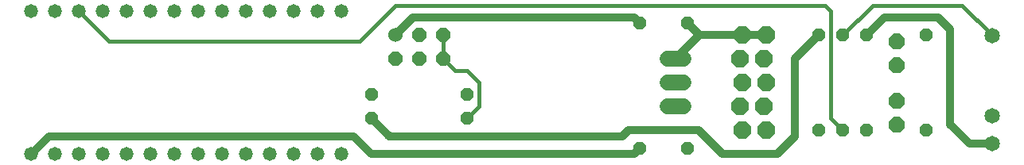
<source format=gtl>
G04 EAGLE Gerber RS-274X export*
G75*
%MOMM*%
%FSLAX34Y34*%
%LPD*%
%INTop Copper*%
%IPPOS*%
%AMOC8*
5,1,8,0,0,1.08239X$1,22.5*%
G01*
%ADD10P,1.429621X8X202.500000*%
%ADD11P,1.429621X8X22.500000*%
%ADD12P,1.814519X8X292.500000*%
%ADD13C,1.676400*%
%ADD14P,1.429621X8X292.500000*%
%ADD15P,1.429621X8X112.500000*%
%ADD16C,1.473200*%
%ADD17C,1.650000*%
%ADD18P,2.034460X8X112.500000*%
%ADD19C,1.524000*%
%ADD20P,1.649562X8X22.500000*%
%ADD21P,1.814519X8X112.500000*%
%ADD22C,0.812800*%
%ADD23C,0.406400*%
%ADD24C,0.609600*%


D10*
X717550Y158750D03*
X666750Y158750D03*
D11*
X666750Y25400D03*
X717550Y25400D03*
D12*
X939800Y139700D03*
X939800Y114300D03*
D13*
X713232Y120650D02*
X696468Y120650D01*
X696468Y95250D02*
X713232Y95250D01*
X713232Y69850D02*
X696468Y69850D01*
D11*
X381000Y82550D03*
X482600Y82550D03*
X381000Y57150D03*
X482600Y57150D03*
D14*
X882650Y146050D03*
X882650Y44450D03*
D15*
X857250Y44450D03*
X857250Y146050D03*
D14*
X908050Y146050D03*
X908050Y44450D03*
D16*
X19050Y171450D03*
X44450Y171450D03*
X69850Y171450D03*
X95250Y171450D03*
X120650Y171450D03*
X146050Y171450D03*
X171450Y171450D03*
X196850Y171450D03*
X222250Y171450D03*
X247650Y171450D03*
X273050Y171450D03*
X298450Y171450D03*
X323850Y171450D03*
X349250Y171450D03*
X349250Y19050D03*
X323850Y19050D03*
X298450Y19050D03*
X273050Y19050D03*
X247650Y19050D03*
X222250Y19050D03*
X196850Y19050D03*
X171450Y19050D03*
X146050Y19050D03*
X120650Y19050D03*
X95250Y19050D03*
X69850Y19050D03*
X44450Y19050D03*
X19050Y19050D03*
D17*
X1041400Y145250D03*
X1041400Y60250D03*
X1041400Y30250D03*
D18*
X775970Y44450D03*
X773430Y69850D03*
X775970Y95250D03*
X773430Y120650D03*
X775970Y146050D03*
X801370Y44450D03*
X798830Y69850D03*
X801370Y95250D03*
X798830Y120650D03*
X801370Y146050D03*
D19*
X406400Y146050D03*
D20*
X431800Y146050D03*
X457200Y146050D03*
X406400Y120650D03*
X431800Y120650D03*
X457200Y120650D03*
D21*
X939800Y50800D03*
X939800Y76200D03*
D14*
X971550Y146050D03*
X971550Y44450D03*
D22*
X1017500Y30250D02*
X1041400Y30250D01*
X1017500Y30250D02*
X996950Y50800D01*
X996950Y152400D01*
X984250Y165100D01*
X927100Y165100D01*
X908050Y146050D01*
X666750Y158750D02*
X660400Y165100D01*
X425450Y165100D01*
X406400Y146050D01*
X728869Y44958D02*
X754777Y19050D01*
X812800Y19050D01*
X831850Y120650D02*
X857250Y146050D01*
X831850Y120650D02*
X831850Y38100D01*
X812800Y19050D01*
X400558Y38608D02*
X400050Y38100D01*
X381000Y57150D01*
X654558Y44958D02*
X728869Y44958D01*
X647700Y38100D02*
X400050Y38100D01*
X647700Y38100D02*
X654558Y44958D01*
D23*
X406400Y177800D02*
X371475Y142875D01*
X863600Y177800D02*
X869950Y171450D01*
X869950Y57150D01*
X882650Y44450D01*
X863600Y177800D02*
X406400Y177800D01*
X101600Y139700D02*
X69850Y171450D01*
X101600Y139700D02*
X368300Y139700D01*
X371475Y142875D01*
X882650Y146050D02*
X914400Y177800D01*
X1009650Y177800D01*
X1041400Y146050D01*
D24*
X1041400Y145250D01*
D22*
X381000Y19050D02*
X361950Y38100D01*
X38100Y38100D01*
X19050Y19050D01*
X381000Y19050D02*
X660400Y19050D01*
X666750Y25400D01*
X775970Y146050D02*
X801370Y146050D01*
X730250Y146050D02*
X704850Y120650D01*
X730250Y146050D02*
X775970Y146050D01*
X730250Y146050D02*
X717550Y158750D01*
D23*
X495300Y69850D02*
X482600Y57150D01*
X495300Y69850D02*
X495300Y95250D01*
X482600Y107950D01*
X469900Y107950D01*
X457200Y120650D01*
X457200Y146050D01*
M02*

</source>
